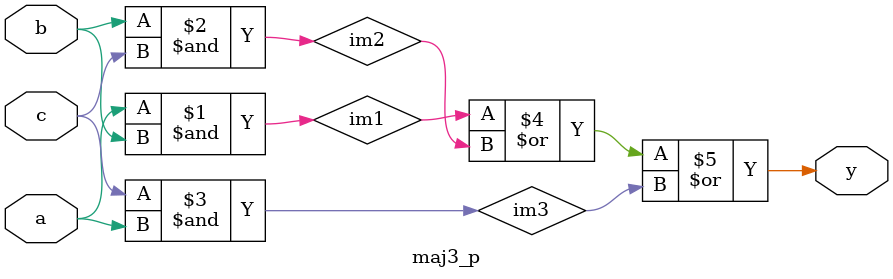
<source format=sv>
`timescale 1ns/100ps
module maj3_p (input a, b, c, output y);
wire im1, im2, im3;
parameter
    tplh1=2, tphl1=4,
    tplh2=3, tphl2=5;
and #(tplh1, tphl1)
    (im1, a, b),
    (im2, b, c),
    (im3, c, a);
or #(tplh2, tphl2) (y, im1, im2, im3);
endmodule
</source>
